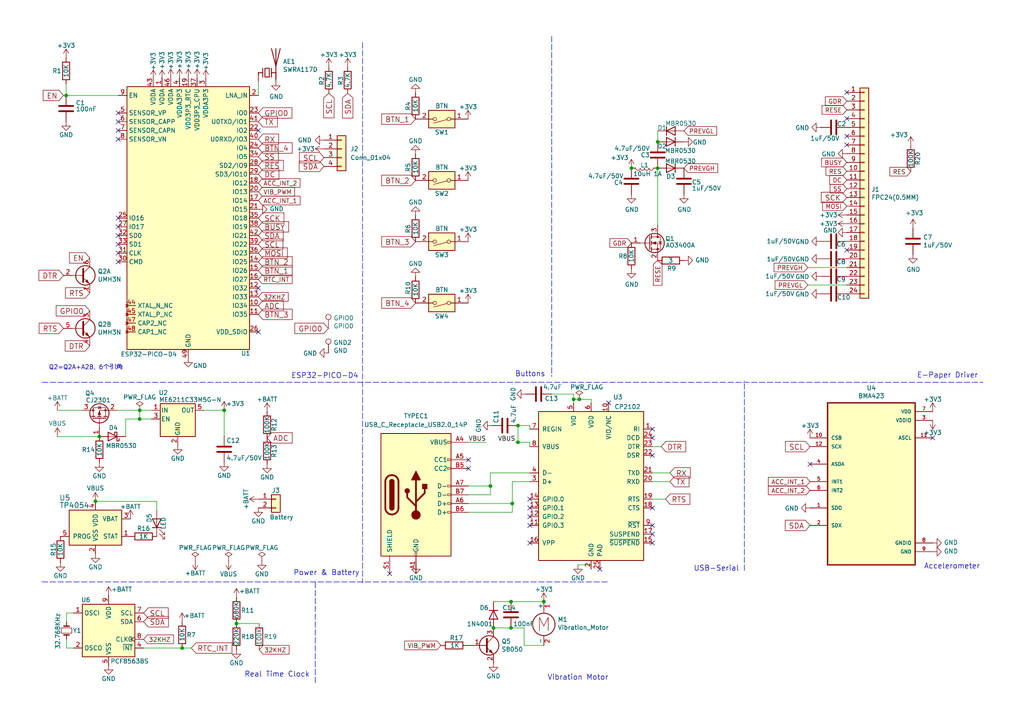
<source format=kicad_sch>
(kicad_sch (version 20231120) (generator "eeschema") (generator_version "8.0")
  (paper "A4")
  (title_block (title "Watchy") (rev "2.0"))
  (junction (at 19.177 27.686))
  (junction (at 27.686 145.415))
  (junction (at 166.37 115.824))
  (junction (at 183.134 48.768))
  (junction (at 52.832 187.96))
  (junction (at 148.59 146.05))
  (junction (at 28.829 126.619))
  (junction (at 190.754 48.768))
  (junction (at 40.513 118.999))
  (junction (at 142.24 140.97))
  (junction (at 40.513 121.539))
  (junction (at 65.024 118.999))
  (junction (at 148.209 182.118))
  (junction (at 148.209 174.498))
  (junction (at 68.58 180.848))
  (junction (at 150.241 123.444))
  (junction (at 168.021 115.824))
  (junction (at 190.754 41.148))
  (junction (at 157.734 174.498))
  (junction (at 150.241 128.27))
  (junction (at 143.129 182.118))
  (no_connect (at 173.99 165.1))
  (no_connect (at 34.29 68.326))
  (no_connect (at 270.51 127))
  (no_connect (at 34.29 63.246))
  (no_connect (at 34.29 73.406))
  (no_connect (at 245.618 39.497))
  (no_connect (at 245.618 72.517))
  (no_connect (at 245.618 26.797))
  (no_connect (at 153.67 152.4))
  (no_connect (at 34.29 32.766))
  (no_connect (at 113.03 166.37))
  (no_connect (at 234.95 134.62))
  (no_connect (at 153.67 147.32))
  (no_connect (at 189.23 152.4))
  (no_connect (at 189.23 154.94))
  (no_connect (at 176.53 116.84))
  (no_connect (at 34.29 65.786))
  (no_connect (at 34.29 70.866))
  (no_connect (at 153.67 157.48))
  (no_connect (at 153.67 144.78))
  (no_connect (at 153.67 149.86))
  (no_connect (at 135.89 135.89))
  (no_connect (at 74.93 37.846))
  (no_connect (at 189.23 124.46))
  (no_connect (at 34.29 35.306))
  (no_connect (at 135.89 133.35))
  (no_connect (at 189.23 147.32))
  (no_connect (at 34.29 75.946))
  (no_connect (at 245.618 34.417))
  (no_connect (at 34.29 40.386))
  (no_connect (at 245.618 42.037))
  (no_connect (at 189.23 157.48))
  (no_connect (at 189.23 132.08))
  (no_connect (at 74.93 83.566))
  (no_connect (at 34.29 37.846))
  (no_connect (at 189.23 127))
  (no_connect (at 74.93 96.266))
  (wire (pts (xy 148.59 139.7) (xy 153.67 139.7)))
  (wire (pts (xy 143.129 174.498) (xy 148.209 174.498)))
  (wire (pts (xy 171.45 116.84) (xy 171.45 115.824)))
  (wire (pts (xy 27.686 145.415) (xy 45.466 145.415)))
  (wire (pts (xy 19.177 27.686) (xy 34.29 27.686)))
  (wire (pts (xy 44.45 22.86) (xy 44.45 22.606)))
  (wire (pts (xy 245.618 77.597) (xy 234.315 77.597)))
  (wire (pts (xy 171.45 163.83) (xy 171.45 165.1)))
  (wire (pts (xy 148.209 174.498) (xy 157.734 174.498)))
  (wire (pts (xy 142.24 143.51) (xy 135.89 143.51)))
  (wire (pts (xy 189.23 144.78) (xy 193.04 144.78)))
  (wire (pts (xy 59.69 22.86) (xy 59.69 22.606)))
  (wire (pts (xy 189.23 129.54) (xy 191.77 129.54)))
  (wire (pts (xy 245.618 82.677) (xy 234.315 82.677)))
  (wire (pts (xy 33.909 118.999) (xy 40.513 118.999)))
  (wire (pts (xy 40.513 121.539) (xy 43.942 121.539)))
  (wire (pts (xy 153.67 128.27) (xy 153.67 129.54)))
  (wire (pts (xy 142.24 137.16) (xy 142.24 140.97)))
  (wire (pts (xy 190.754 41.148) (xy 190.754 37.973)))
  (wire (pts (xy 19.304 180.34) (xy 19.304 177.8)))
  (wire (pts (xy 59.182 118.999) (xy 65.024 118.999)))
  (wire (pts (xy 45.466 145.415) (xy 45.466 147.955)))
  (wire (pts (xy 148.59 146.05) (xy 148.59 148.59)))
  (wire (pts (xy 120.65 163.83) (xy 120.65 166.37)))
  (wire (pts (xy 152.019 187.198) (xy 157.734 187.198)))
  (wire (pts (xy 40.513 118.999) (xy 43.942 118.999)))
  (wire (pts (xy 65.024 118.999) (xy 65.024 126.492)))
  (wire (pts (xy 41.656 187.96) (xy 52.832 187.96)))
  (wire (pts (xy 166.37 116.84) (xy 166.37 115.824)))
  (polyline (pts (xy 12.192 168.783) (xy 176.149 168.783)) (stroke (width 0) (type dash)))
  (wire (pts (xy 19.304 187.96) (xy 21.336 187.96)))
  (wire (pts (xy 16.637 118.999) (xy 23.749 118.999)))
  (wire (pts (xy 142.24 140.97) (xy 142.24 143.51)))
  (wire (pts (xy 148.59 139.7) (xy 148.59 146.05)))
  (polyline (pts (xy 160.02 10.541) (xy 160.02 109.22)) (stroke (width 0) (type dash)))
  (wire (pts (xy 153.67 137.16) (xy 142.24 137.16)))
  (wire (pts (xy 19.304 185.42) (xy 19.304 187.96)))
  (wire (pts (xy 40.513 118.999) (xy 40.513 121.539)))
  (polyline (pts (xy 215.9 165.481) (xy 215.9 110.49)) (stroke (width 0) (type dash)))
  (wire (pts (xy 74.93 27.686) (xy 74.93 23.622)))
  (polyline (pts (xy 105.156 12.319) (xy 105.156 169.037)) (stroke (width 0) (type dash)))
  (wire (pts (xy 148.59 148.59) (xy 135.89 148.59)))
  (wire (pts (xy 150.241 128.27) (xy 150.241 123.444)))
  (wire (pts (xy 189.23 137.16) (xy 194.31 137.16)))
  (wire (pts (xy 148.209 182.118) (xy 143.129 182.118)))
  (wire (pts (xy 152.019 182.118) (xy 152.019 187.198)))
  (wire (pts (xy 189.23 139.7) (xy 194.31 139.7)))
  (wire (pts (xy 166.37 114.3) (xy 166.37 115.824)))
  (wire (pts (xy 19.304 177.8) (xy 21.336 177.8)))
  (wire (pts (xy 36.449 126.619) (xy 36.449 121.539)))
  (wire (pts (xy 18.415 27.686) (xy 19.177 27.686)))
  (wire (pts (xy 153.67 124.46) (xy 153.67 123.444)))
  (wire (pts (xy 171.45 115.824) (xy 168.021 115.824)))
  (wire (pts (xy 135.89 146.05) (xy 148.59 146.05)))
  (wire (pts (xy 140.97 128.27) (xy 135.89 128.27)))
  (wire (pts (xy 167.64 163.83) (xy 171.45 163.83)))
  (wire (pts (xy 166.37 115.824) (xy 168.021 115.824)))
  (wire (pts (xy 134.62 135.89) (xy 135.89 135.89)))
  (wire (pts (xy 19.177 24.384) (xy 19.177 27.686)))
  (wire (pts (xy 150.241 128.27) (xy 149.479 128.27)))
  (wire (pts (xy 75.184 180.848) (xy 68.58 180.848)))
  (polyline (pts (xy 91.44 168.91) (xy 91.44 198.12)) (stroke (width 0) (type dash)))
  (wire (pts (xy 190.754 48.768) (xy 190.754 65.405)))
  (wire (pts (xy 153.67 128.27) (xy 150.241 128.27)))
  (wire (pts (xy 46.99 22.86) (xy 46.99 22.606)))
  (wire (pts (xy 148.209 182.118) (xy 152.019 182.118)))
  (polyline (pts (xy 12.192 110.871) (xy 285.115 110.871)) (stroke (width 0) (type dash)))
  (wire (pts (xy 153.67 123.444) (xy 150.241 123.444)))
  (wire (pts (xy 28.829 126.619) (xy 16.637 126.619)))
  (wire (pts (xy 142.24 140.97) (xy 135.89 140.97)))
  (wire (pts (xy 36.449 121.539) (xy 40.513 121.539)))
  (wire (pts (xy 52.832 187.96) (xy 55.499 187.96)))
  (wire (pts (xy 160.02 114.3) (xy 166.37 114.3)))
  (text "Real Time Clock" (at 70.866 196.596 0) (effects (font (size 1.524 1.524)) (justify left bottom)))
  (text "ESP32-PICO-D4" (at 84.455 109.982 0) (effects (font (size 1.524 1.524)) (justify left bottom)))
  (text "Vibration Motor" (at 158.75 197.485 0) (effects (font (size 1.524 1.524)) (justify left bottom)))
  (text "E-Paper Driver" (at 265.938 109.855 0) (effects (font (size 1.524 1.524)) (justify left bottom)))
  (text "Power & Battery" (at 85.09 167.132 0) (effects (font (size 1.524 1.524)) (justify left bottom)))
  (text "USB-Serial" (at 201.168 165.862 0) (effects (font (size 1.524 1.524)) (justify left bottom)))
  (text "Q2=Q2A+A2B, 6个引角" (at 24.892 106.68 0) (effects (font (size 1.27 1.27))))
  (text "Buttons" (at 149.352 109.474 0) (effects (font (size 1.524 1.524)) (justify left bottom)))
  (text "Accelerometer" (at 267.97 165.227 0) (effects (font (size 1.524 1.524)) (justify left bottom)))
  (label "VBUS" (at 149.479 128.27 180))
  (label "VBUS" (at 140.97 128.27 180))
  (global_label "DTR" (shape input) (at 18.415 79.883 180) (effects (font (size 1.524 1.524))) (property "Intersheetrefs" "${INTERSHEET_REFS}" (effects (hide yes))))
  (global_label "32KHZ" (shape input) (at 74.93 86.106 0) (property "Intersheetrefs" "${INTERSHEET_REFS}" (effects (hide yes))))
  (global_label "RES" (shape input) (at 74.93 48.006 0) (effects (font (size 1.524 1.524))) (property "Intersheetrefs" "${INTERSHEET_REFS}" (effects (hide yes))))
  (global_label "RX" (shape input) (at 74.93 40.386 0) (effects (font (size 1.524 1.524))) (property "Intersheetrefs" "${INTERSHEET_REFS}" (effects (hide yes))))
  (global_label "RESE" (shape input) (at 245.618 31.877 180) (property "Intersheetrefs" "${INTERSHEET_REFS}" (effects (hide yes))))
  (global_label "BTN_4" (shape input) (at 74.93 42.926 0) (effects (font (size 1.524 1.524))) (property "Intersheetrefs" "${INTERSHEET_REFS}" (effects (hide yes))))
  (global_label "MOSI" (shape input) (at 74.93 73.406 0) (effects (font (size 1.524 1.524))) (property "Intersheetrefs" "${INTERSHEET_REFS}" (effects (hide yes))))
  (global_label "BUSY" (shape input) (at 74.93 65.786 0) (effects (font (size 1.524 1.524))) (property "Intersheetrefs" "${INTERSHEET_REFS}" (effects (hide yes))))
  (global_label "PREVGL" (shape input) (at 198.374 37.973 0) (property "Intersheetrefs" "${INTERSHEET_REFS}" (effects (hide yes))))
  (global_label "RES" (shape input) (at 264.16 49.784 180) (property "Intersheetrefs" "${INTERSHEET_REFS}" (effects (hide yes))))
  (global_label "BTN_3" (shape input) (at 120.523 70.104 180) (effects (font (size 1.524 1.524))) (property "Intersheetrefs" "${INTERSHEET_REFS}" (effects (hide yes))))
  (global_label "PREVGL" (shape input) (at 234.315 82.677 180) (property "Intersheetrefs" "${INTERSHEET_REFS}" (effects (hide yes))))
  (global_label "DC" (shape input) (at 245.618 52.197 180) (property "Intersheetrefs" "${INTERSHEET_REFS}" (effects (hide yes))))
  (global_label "SCK" (shape input) (at 74.93 63.246 0) (effects (font (size 1.524 1.524))) (property "Intersheetrefs" "${INTERSHEET_REFS}" (effects (hide yes))))
  (global_label "BTN_4" (shape input) (at 120.523 87.884 180) (effects (font (size 1.524 1.524))) (property "Intersheetrefs" "${INTERSHEET_REFS}" (effects (hide yes))))
  (global_label "ACC_INT_2" (shape input) (at 234.95 142.24 180) (property "Intersheetrefs" "${INTERSHEET_REFS}" (effects (hide yes))))
  (global_label "RTS" (shape input) (at 193.04 144.78 0) (effects (font (size 1.524 1.524))) (property "Intersheetrefs" "${INTERSHEET_REFS}" (effects (hide yes))))
  (global_label "SDA" (shape input) (at 74.93 68.326 0) (effects (font (size 1.524 1.524))) (property "Intersheetrefs" "${INTERSHEET_REFS}" (effects (hide yes))))
  (global_label "BUSY" (shape input) (at 245.618 47.117 180) (property "Intersheetrefs" "${INTERSHEET_REFS}" (effects (hide yes))))
  (global_label "BTN_2" (shape input) (at 120.523 52.324 180) (effects (font (size 1.524 1.524))) (property "Intersheetrefs" "${INTERSHEET_REFS}" (effects (hide yes))))
  (global_label "RTS" (shape input) (at 18.415 95.25 180) (effects (font (size 1.524 1.524))) (property "Intersheetrefs" "${INTERSHEET_REFS}" (effects (hide yes))))
  (global_label "GPIO0" (shape input) (at 26.035 90.17 180) (effects (font (size 1.524 1.524))) (property "Intersheetrefs" "${INTERSHEET_REFS}" (effects (hide yes))))
  (global_label "RTC_INT" (shape input) (at 55.499 187.96 0) (effects (font (size 1.524 1.524))) (property "Intersheetrefs" "${INTERSHEET_REFS}" (effects (hide yes))))
  (global_label "SCL" (shape input) (at 234.95 129.54 180) (effects (font (size 1.524 1.524))) (property "Intersheetrefs" "${INTERSHEET_REFS}" (effects (hide yes))))
  (global_label "DC" (shape input) (at 74.93 50.546 0) (effects (font (size 1.524 1.524))) (property "Intersheetrefs" "${INTERSHEET_REFS}" (effects (hide yes))))
  (global_label "SCL" (shape input) (at 74.93 70.866 0) (effects (font (size 1.524 1.524))) (property "Intersheetrefs" "${INTERSHEET_REFS}" (effects (hide yes))))
  (global_label "ACC_INT_1" (shape input) (at 234.95 139.7 180) (property "Intersheetrefs" "${INTERSHEET_REFS}" (effects (hide yes))))
  (global_label "SDA" (shape input) (at 41.656 180.34 0) (effects (font (size 1.524 1.524))) (property "Intersheetrefs" "${INTERSHEET_REFS}" (effects (hide yes))))
  (global_label "VIB_PWM" (shape input) (at 127.889 187.198 180) (property "Intersheetrefs" "${INTERSHEET_REFS}" (effects (hide yes))))
  (global_label "RES" (shape input) (at 245.618 49.657 180) (property "Intersheetrefs" "${INTERSHEET_REFS}" (effects (hide yes))))
  (global_label "ACC_INT_2" (shape input) (at 74.93 53.086 0) (property "Intersheetrefs" "${INTERSHEET_REFS}" (effects (hide yes))))
  (global_label "BTN_3" (shape input) (at 74.93 91.186 0) (effects (font (size 1.524 1.524))) (property "Intersheetrefs" "${INTERSHEET_REFS}" (effects (hide yes))))
  (global_label "BTN_1" (shape input) (at 120.523 34.544 180) (effects (font (size 1.524 1.524))) (property "Intersheetrefs" "${INTERSHEET_REFS}" (effects (hide yes))))
  (global_label "ACC_INT_1" (shape input) (at 74.93 58.166 0) (property "Intersheetrefs" "${INTERSHEET_REFS}" (effects (hide yes))))
  (global_label "GPIO0" (shape input) (at 95.25 95.25 180) (effects (font (size 1.524 1.524))) (property "Intersheetrefs" "${INTERSHEET_REFS}" (effects (hide yes))))
  (global_label "SCK" (shape input) (at 245.618 57.277 180) (effects (font (size 1.524 1.524))) (property "Intersheetrefs" "${INTERSHEET_REFS}" (effects (hide yes))))
  (global_label "32KHZ" (shape input) (at 41.656 185.42 0) (property "Intersheetrefs" "${INTERSHEET_REFS}" (effects (hide yes))))
  (global_label "BTN_2" (shape input) (at 74.93 75.946 0) (effects (font (size 1.524 1.524))) (property "Intersheetrefs" "${INTERSHEET_REFS}" (effects (hide yes))))
  (global_label "SCL" (shape input) (at 93.98 45.72 180) (effects (font (size 1.524 1.524))) (property "Intersheetrefs" "${INTERSHEET_REFS}" (effects (hide yes))))
  (global_label "BTN_1" (shape input) (at 74.93 78.486 0) (effects (font (size 1.524 1.524))) (property "Intersheetrefs" "${INTERSHEET_REFS}" (effects (hide yes))))
  (global_label "DTR" (shape input) (at 26.035 100.33 180) (effects (font (size 1.524 1.524))) (property "Intersheetrefs" "${INTERSHEET_REFS}" (effects (hide yes))))
  (global_label "RX" (shape input) (at 194.31 137.16 0) (effects (font (size 1.524 1.524))) (property "Intersheetrefs" "${INTERSHEET_REFS}" (effects (hide yes))))
  (global_label "32KHZ" (shape input) (at 75.184 188.468 0) (property "Intersheetrefs" "${INTERSHEET_REFS}" (effects (hide yes))))
  (global_label "EN" (shape input) (at 26.035 74.803 180) (effects (font (size 1.524 1.524))) (property "Intersheetrefs" "${INTERSHEET_REFS}" (effects (hide yes))))
  (global_label "PREVGH" (shape input) (at 234.315 77.597 180) (property "Intersheetrefs" "${INTERSHEET_REFS}" (effects (hide yes))))
  (global_label "SDA" (shape input) (at 234.95 152.4 180) (effects (font (size 1.524 1.524))) (property "Intersheetrefs" "${INTERSHEET_REFS}" (effects (hide yes))))
  (global_label "GDR" (shape input) (at 245.618 29.337 180) (property "Intersheetrefs" "${INTERSHEET_REFS}" (effects (hide yes))))
  (global_label "SDA" (shape input) (at 100.838 27.051 270) (effects (font (size 1.524 1.524))) (property "Intersheetrefs" "${INTERSHEET_REFS}" (effects (hide yes))))
  (global_label "SCL" (shape input) (at 95.377 27.051 270) (effects (font (size 1.524 1.524))) (property "Intersheetrefs" "${INTERSHEET_REFS}" (effects (hide yes))))
  (global_label "RTS" (shape input) (at 26.035 84.963 180) (effects (font (size 1.524 1.524))) (property "Intersheetrefs" "${INTERSHEET_REFS}" (effects (hide yes))))
  (global_label "SS" (shape input) (at 74.93 45.466 0) (effects (font (size 1.524 1.524))) (property "Intersheetrefs" "${INTERSHEET_REFS}" (effects (hide yes))))
  (global_label "DTR" (shape input) (at 191.77 129.54 0) (effects (font (size 1.524 1.524))) (property "Intersheetrefs" "${INTERSHEET_REFS}" (effects (hide yes))))
  (global_label "GDR" (shape input) (at 183.134 70.485 180) (property "Intersheetrefs" "${INTERSHEET_REFS}" (effects (hide yes))))
  (global_label "GPIO0" (shape input) (at 74.93 32.766 0) (effects (font (size 1.524 1.524))) (property "Intersheetrefs" "${INTERSHEET_REFS}" (effects (hide yes))))
  (global_label "TX" (shape input) (at 74.93 35.306 0) (effects (font (size 1.524 1.524))) (property "Intersheetrefs" "${INTERSHEET_REFS}" (effects (hide yes))))
  (global_label "SDA" (shape input) (at 93.98 48.26 180) (effects (font (size 1.524 1.524))) (property "Intersheetrefs" "${INTERSHEET_REFS}" (effects (hide yes))))
  (global_label "EN" (shape input) (at 18.415 27.686 180) (effects (font (size 1.524 1.524))) (property "Intersheetrefs" "${INTERSHEET_REFS}" (effects (hide yes))))
  (global_label "RTC_INT" (shape input) (at 74.93 81.026 0) (property "Intersheetrefs" "${INTERSHEET_REFS}" (effects (hide yes))))
  (global_label "MOSI" (shape input) (at 245.618 59.817 180) (property "Intersheetrefs" "${INTERSHEET_REFS}" (effects (hide yes))))
  (global_label "ADC" (shape input) (at 74.93 88.646 0) (effects (font (size 1.524 1.524))) (property "Intersheetrefs" "${INTERSHEET_REFS}" (effects (hide yes))))
  (global_label "SCL" (shape input) (at 41.656 177.8 0) (effects (font (size 1.524 1.524))) (property "Intersheetrefs" "${INTERSHEET_REFS}" (effects (hide yes))))
  (global_label "RESE" (shape input) (at 190.754 75.565 270) (property "Intersheetrefs" "${INTERSHEET_REFS}" (effects (hide yes))))
  (global_label "VIB_PWM" (shape input) (at 74.93 55.626 0) (property "Intersheetrefs" "${INTERSHEET_REFS}" (effects (hide yes))))
  (global_label "TX" (shape input) (at 194.31 139.7 0) (effects (font (size 1.524 1.524))) (property "Intersheetrefs" "${INTERSHEET_REFS}" (effects (hide yes))))
  (global_label "PREVGH" (shape input) (at 198.374 48.768 0) (property "Intersheetrefs" "${INTERSHEET_REFS}" (effects (hide yes))))
  (global_label "ADC" (shape input) (at 77.47 127 0) (effects (font (size 1.524 1.524))) (property "Intersheetrefs" "${INTERSHEET_REFS}" (effects (hide yes))))
  (global_label "SS" (shape input) (at 245.618 54.737 180) (property "Intersheetrefs" "${INTERSHEET_REFS}" (effects (hide yes))))
  (symbol (lib_id "Watchy-rescue:GND-power") (at 54.61 103.886 0) (unit 1)
    (property "Reference" "#PWR036" (effects (hide yes)))
    (property "Value" "GND" (at 58.039 106.045 0))
  )
  (symbol (lib_id "Watchy-rescue:+3V3-power") (at 19.177 16.764 0) (unit 1)
    (property "Reference" "#PWR01" (effects (hide yes)))
    (property "Value" "+3V3" (at 19.177 13.208 0))
  )
  (symbol (lib_id "Device:R") (at 19.177 20.574 0) (unit 1)
    (property "Reference" "R1" (at 16.51 20.574 0))
    (property "Value" "10K" (at 19.177 20.574 90))
    (property "Footprint" "Watchy:R0402-Frame" (effects (hide yes)))
  )
  (symbol (lib_id "Device:C") (at 19.177 31.496 0) (unit 1)
    (property "Reference" "C1" (at 21.971 29.845 0) (effects (justify left)))
    (property "Value" "100nF" (at 21.971 31.623 0) (effects (justify left)))
    (property "Footprint" "Capacitor_SMD:C_0603_1608Metric" (effects (hide yes)))
  )
  (symbol (lib_id "Watchy-rescue:GND-power") (at 19.177 35.306 0) (unit 1)
    (property "Reference" "#PWR011" (effects (hide yes)))
    (property "Value" "GND" (at 19.177 39.116 0))
  )
  (symbol (lib_id "Device:R") (at 77.47 123.19 0) (unit 1)
    (property "Reference" "R12" (at 79.502 123.19 90))
    (property "Value" "100K" (at 77.47 123.19 90))
    (property "Footprint" "Watchy:R0402-Frame" (effects (hide yes)))
  )
  (symbol (lib_id "Device:R") (at 77.47 130.81 0) (unit 1)
    (property "Reference" "R13" (at 79.502 130.81 90))
    (property "Value" "100K" (at 77.47 130.81 90))
    (property "Footprint" "Watchy:R0402-Frame" (effects (hide yes)))
  )
  (symbol (lib_id "Watchy-rescue:GND-power") (at 77.47 134.62 0) (unit 1)
    (property "Reference" "#PWR046" (effects (hide yes)))
    (property "Value" "GND" (at 77.47 138.43 0))
  )
  (symbol (lib_id "Watchy-rescue:+BATT-power") (at 77.47 119.38 0) (unit 1)
    (property "Reference" "#PWR037" (effects (hide yes)))
    (property "Value" "+BATT" (at 77.47 115.824 0))
  )
  (symbol (lib_id "Regulator_Linear:TLV70033_SOT23-5") (at 51.562 121.539 0) (unit 1)
    (property "Reference" "U2" (at 47.371 113.919 0))
    (property "Value" "ME6211C33M5G-N" (at 46.101 115.951 0) (effects (justify left)))
    (property "Footprint" "TO_SOT_Packages_SMD:SOT-23-5" (effects (hide yes)))
  )
  (symbol (lib_id "Watchy-rescue:+BATT-power") (at 16.637 118.999 0) (unit 1)
    (property "Reference" "#PWR038" (effects (hide yes)))
    (property "Value" "+BATT" (at 16.637 115.443 0))
  )
  (symbol (lib_id "Transistor_FET:BSS83P") (at 28.829 121.539 90) (unit 1)
    (property "Reference" "Q4" (at 27.432 114.046 90) (effects (justify left)))
    (property "Value" "CJ2301" (at 32.131 116.078 90) (effects (justify left)))
    (property "Footprint" "TO_SOT_Packages_SMD:SOT-23" (effects (hide yes)))
  )
  (symbol (lib_id "Watchy-rescue:VBUS-power") (at 16.637 126.619 0) (unit 1)
    (property "Reference" "#PWR043" (effects (hide yes)))
    (property "Value" "VBUS" (at 16.637 122.809 0))
  )
  (symbol (lib_id "Device:R") (at 28.829 130.429 0) (unit 1)
    (property "Reference" "R14" (at 25.654 130.429 0))
    (property "Value" "10K" (at 28.829 130.429 90))
    (property "Footprint" "Watchy:R0402-Frame" (effects (hide yes)))
  )
  (symbol (lib_id "Watchy-rescue:GND-power") (at 28.829 134.239 0) (unit 1)
    (property "Reference" "#PWR048" (effects (hide yes)))
    (property "Value" "GND" (at 28.829 138.049 0))
  )
  (symbol (lib_id "Device:D_Schottky") (at 32.639 126.619 180) (unit 1)
    (property "Reference" "D4" (at 32.893 124.079 0))
    (property "Value" "MBR0530" (at 35.179 129.286 0))
    (property "Footprint" "Watchy:D_SOD-123F" (effects (hide yes)))
  )
  (symbol (lib_id "Device:C") (at 65.024 130.302 0) (unit 1)
    (property "Reference" "C12" (at 65.659 127.762 0) (effects (justify left)))
    (property "Value" "4.7uF/50V" (at 65.659 132.842 0) (effects (justify left)))
    (property "Footprint" "Capacitors_SMD:C_0805" (effects (hide yes)))
  )
  (symbol (lib_id "Watchy-rescue:GND-power") (at 51.562 129.159 0) (unit 1)
    (property "Reference" "#PWR044" (effects (hide yes)))
    (property "Value" "GND" (at 51.562 132.969 0))
  )
  (symbol (lib_id "Watchy-rescue:+3V3-power") (at 65.024 118.999 0) (unit 1)
    (property "Reference" "#PWR039" (effects (hide yes)))
    (property "Value" "+3V3" (at 68.199 117.094 0))
  )
  (symbol (lib_id "Watchy-rescue:GND-power") (at 65.024 134.112 0) (unit 1)
    (property "Reference" "#PWR047" (effects (hide yes)))
    (property "Value" "GND" (at 65.024 137.922 0))
  )
  (symbol (lib_id "Watchy-rescue:MCP73831-2-OT-Battery_Management") (at 27.686 153.035 0) (unit 1)
    (property "Reference" "U5" (at 18.796 144.399 0) (effects (font (size 1.524 1.524))))
    (property "Value" "TP4054" (at 21.59 146.558 0) (effects (font (size 1.524 1.524))))
    (property "Footprint" "TO_SOT_Packages_SMD:SOT-23-5" (effects (hide yes)))
  )
  (symbol (lib_id "Watchy-rescue:VBUS-power") (at 27.686 145.415 0) (unit 1)
    (property "Reference" "#PWR052" (effects (hide yes)))
    (property "Value" "VBUS" (at 27.686 141.605 0))
  )
  (symbol (lib_id "Device:R") (at 41.656 155.575 270) (unit 1)
    (property "Reference" "R16" (at 41.656 153.289 90))
    (property "Value" "1K" (at 41.656 155.575 90))
    (property "Footprint" "Watchy:R0402-Frame" (effects (hide yes)))
  )
  (symbol (lib_id "Device:LED") (at 45.466 151.765 90) (unit 1)
    (property "Reference" "D5" (at 43.307 150.241 0))
    (property "Value" "LED" (at 47.371 151.765 0))
    (property "Footprint" "LEDs:LED_0603" (effects (hide yes)))
  )
  (symbol (lib_id "Watchy-rescue:GND-power") (at 27.686 160.655 0) (unit 1)
    (property "Reference" "#PWR057" (effects (hide yes)))
    (property "Value" "GND" (at 27.686 164.465 0))
  )
  (symbol (lib_id "Device:R") (at 17.526 159.385 180) (unit 1)
    (property "Reference" "R15" (at 15.494 159.385 90))
    (property "Value" "10K" (at 17.526 159.385 90))
    (property "Footprint" "Watchy:R0402-Frame" (effects (hide yes)))
  )
  (symbol (lib_id "Watchy-rescue:GND-power") (at 17.526 163.195 0) (unit 1)
    (property "Reference" "#PWR055" (effects (hide yes)))
    (property "Value" "GND" (at 17.526 167.005 0))
  )
  (symbol (lib_id "Watchy-rescue:+BATT-power") (at 37.846 150.495 0) (unit 1)
    (property "Reference" "#PWR053" (effects (hide yes)))
    (property "Value" "+BATT" (at 37.846 146.939 0))
  )
  (symbol (lib_id "Connector_Generic:Conn_01x02") (at 80.01 144.78 0) (unit 1)
    (property "Reference" "J3" (at 80.01 142.24 0))
    (property "Value" "Battery" (at 81.661 149.987 0))
    (property "Footprint" "Watchy:1.25T-2PWT (Molex 532610271)" (effects (hide yes)))
  )
  (symbol (lib_id "Watchy-rescue:+BATT-power") (at 74.93 144.78 90) (unit 1)
    (property "Reference" "#PWR054" (effects (hide yes)))
    (property "Value" "+BATT" (at 71.374 144.78 0))
  )
  (symbol (lib_id "Watchy-rescue:GND-power") (at 74.93 147.32 0) (unit 1)
    (property "Reference" "#PWR056" (effects (hide yes)))
    (property "Value" "GND" (at 74.93 151.13 0))
  )
  (symbol (lib_id "Watchy-rescue:CP2104-Interface_USB") (at 171.45 139.7 0) (unit 1)
    (property "Reference" "U3" (at 180.594 115.189 0) (effects (justify right)))
    (property "Value" "CP2102" (at 185.801 117.983 0) (effects (justify right)))
    (property "Footprint" "Housings_DFN_QFN:QFN-24-1EP_4x4mm_Pitch0.5mm" (effects (hide yes)))
  )
  (symbol (lib_id "Device:C") (at 146.431 123.444 90) (unit 1)
    (property "Reference" "C11" (at 143.891 122.809 0) (effects (justify left)))
    (property "Value" "4.7uF" (at 148.971 122.809 0) (effects (justify left)))
    (property "Footprint" "Capacitor_SMD:C_0402_1005Metric" (effects (hide yes)))
  )
  (symbol (lib_id "Watchy-rescue:GND-power") (at 142.621 123.444 270) (unit 1)
    (property "Reference" "#PWR042" (effects (hide yes)))
    (property "Value" "GND" (at 138.811 123.444 0))
  )
  (symbol (lib_id "Watchy-rescue:GND-power") (at 167.64 163.83 0) (unit 1)
    (property "Reference" "#PWR060" (effects (hide yes)))
    (property "Value" "GND" (at 167.64 167.64 0))
  )
  (symbol (lib_id "Watchy-rescue:GND-power") (at 31.496 193.04 0) (unit 1)
    (property "Reference" "#PWR064" (effects (hide yes)))
    (property "Value" "GND" (at 31.496 196.85 0))
  )
  (symbol (lib_id "Switch:SW_DIP_x01") (at 128.143 34.544 180) (unit 1)
    (property "Reference" "SW1" (at 128.143 38.354 0))
    (property "Value" "BTN" (at 128.143 30.734 0))
    (property "Footprint" "Watchy:K2-1114SA-A4SW-06" (effects (hide yes)))
  )
  (symbol (lib_id "Watchy-rescue:GND-power") (at 120.523 26.924 180) (unit 1)
    (property "Reference" "#PWR09" (effects (hide yes)))
    (property "Value" "GND" (at 120.523 23.114 0))
  )
  (symbol (lib_id "Watchy-rescue:PWR_FLAG-power") (at 168.021 115.824 0) (unit 1)
    (property "Reference" "#FLG01" (effects (hide yes)))
    (property "Value" "PWR_FLAG" (at 170.18 112.268 0))
  )
  (symbol (lib_id "Watchy-rescue:PWR_FLAG-power") (at 40.513 118.999 0) (unit 1)
    (property "Reference" "#FLG02" (effects (hide yes)))
    (property "Value" "PWR_FLAG" (at 40.513 115.189 0))
  )
  (symbol (lib_id "Watchy-rescue:+BATT-power") (at 31.496 172.72 0) (unit 1)
    (property "Reference" "#PWR061" (effects (hide yes)))
    (property "Value" "+BATT" (at 35.306 170.942 0))
  )
  (symbol (lib_id "Device:R") (at 120.523 30.734 0) (unit 1)
    (property "Reference" "R4" (at 118.364 32.131 90) (effects (justify left)))
    (property "Value" "10K" (at 120.523 32.639 90) (effects (justify left)))
    (property "Footprint" "Watchy:R0402-Frame" (effects (hide yes)))
  )
  (symbol (lib_id "Watchy-rescue:+3V3-power") (at 135.763 34.544 0) (unit 1)
    (property "Reference" "#PWR010" (effects (hide yes)))
    (property "Value" "+3V3" (at 135.763 30.988 0))
  )
  (symbol (lib_id "Switch:SW_DIP_x01") (at 128.143 52.324 180) (unit 1)
    (property "Reference" "SW2" (at 128.143 56.134 0))
    (property "Value" "BTN" (at 128.143 48.514 0))
    (property "Footprint" "Watchy:K2-1114SA-A4SW-06" (effects (hide yes)))
  )
  (symbol (lib_id "Watchy-rescue:GND-power") (at 120.523 44.704 180) (unit 1)
    (property "Reference" "#PWR015" (effects (hide yes)))
    (property "Value" "GND" (at 120.523 40.894 0))
  )
  (symbol (lib_id "Device:R") (at 120.523 48.514 0) (unit 1)
    (property "Reference" "R5" (at 118.364 49.911 90) (effects (justify left)))
    (property "Value" "10K" (at 120.523 50.419 90) (effects (justify left)))
    (property "Footprint" "Watchy:R0402-Frame" (effects (hide yes)))
  )
  (symbol (lib_id "Watchy-rescue:+3V3-power") (at 135.763 52.324 0) (unit 1)
    (property "Reference" "#PWR017" (effects (hide yes)))
    (property "Value" "+3V3" (at 135.763 48.768 0))
  )
  (symbol (lib_id "Switch:SW_DIP_x01") (at 128.143 70.104 180) (unit 1)
    (property "Reference" "SW3" (at 128.143 73.914 0))
    (property "Value" "BTN" (at 128.143 66.294 0))
    (property "Footprint" "Watchy:K2-1114SA-A4SW-06" (effects (hide yes)))
  )
  (symbol (lib_id "Watchy-rescue:GND-power") (at 120.523 62.484 180) (unit 1)
    (property "Reference" "#PWR022" (effects (hide yes)))
    (property "Value" "GND" (at 120.523 58.674 0))
  )
  (symbol (lib_id "Device:R") (at 120.523 66.294 0) (unit 1)
    (property "Reference" "R6" (at 118.364 67.691 90) (effects (justify left)))
    (property "Value" "10K" (at 120.523 68.199 90) (effects (justify left)))
    (property "Footprint" "Watchy:R0402-Frame" (effects (hide yes)))
  )
  (symbol (lib_id "Watchy-rescue:+3V3-power") (at 135.763 70.104 0) (unit 1)
    (property "Reference" "#PWR027" (effects (hide yes)))
    (property "Value" "+3V3" (at 135.763 66.548 0))
  )
  (symbol (lib_id "Switch:SW_DIP_x01") (at 128.143 87.884 180) (unit 1)
    (property "Reference" "SW4" (at 128.143 91.694 0))
    (property "Value" "BTN" (at 128.143 84.074 0))
    (property "Footprint" "Watchy:K2-1114SA-A4SW-06" (effects (hide yes)))
  )
  (symbol (lib_id "Watchy-rescue:GND-power") (at 120.523 80.264 180) (unit 1)
    (property "Reference" "#PWR033" (effects (hide yes)))
    (property "Value" "GND" (at 120.523 76.454 0))
  )
  (symbol (lib_id "Device:R") (at 120.523 84.074 0) (unit 1)
    (property "Reference" "R10" (at 118.364 85.471 90) (effects (justify left)))
    (property "Value" "10K" (at 120.523 85.979 90) (effects (justify left)))
    (property "Footprint" "Watchy:R0402-Frame" (effects (hide yes)))
  )
  (symbol (lib_id "Watchy-rescue:+3V3-power") (at 135.763 87.884 0) (unit 1)
    (property "Reference" "#PWR035" (effects (hide yes)))
    (property "Value" "+3V3" (at 135.763 84.328 0))
  )
  (symbol (lib_id "Device:R") (at 95.377 23.241 0) (unit 1)
    (property "Reference" "R2" (at 93.345 24.765 90) (effects (justify left)))
    (property "Value" "4.7K" (at 95.377 25.527 90) (effects (justify left)))
    (property "Footprint" "Watchy:R0402-Frame" (effects (hide yes)))
  )
  (symbol (lib_id "Watchy-rescue:+3V3-power") (at 95.377 19.431 0) (unit 1)
    (property "Reference" "#PWR02" (effects (hide yes)))
    (property "Value" "+3V3" (at 95.377 15.875 0))
  )
  (symbol (lib_id "Device:R") (at 100.838 23.241 0) (unit 1)
    (property "Reference" "R3" (at 98.806 24.765 90) (effects (justify left)))
    (property "Value" "4.7K" (at 100.838 25.527 90) (effects (justify left)))
    (property "Footprint" "Watchy:R0402-Frame" (effects (hide yes)))
  )
  (symbol (lib_id "Watchy-rescue:+3V3-power") (at 100.838 19.431 0) (unit 1)
    (property "Reference" "#PWR03" (effects (hide yes)))
    (property "Value" "+3V3" (at 100.838 15.875 0))
  )
  (symbol (lib_id "Watchy-rescue:+3V3-power") (at 52.07 22.606 0) (unit 1)
    (property "Reference" "#PWR05" (effects (hide yes)))
    (property "Value" "+3V3" (at 52.07 17.399 90))
  )
  (symbol (lib_id "Device:Q_NPN_BEC") (at 140.589 187.198 0) (unit 1)
    (property "Reference" "Q5" (at 145.4404 186.0296 0) (effects (justify left)))
    (property "Value" "S8050" (at 145.4404 188.341 0) (effects (justify left)))
    (property "Footprint" "TO_SOT_Packages_SMD:SOT-23" (effects (hide yes)))
  )
  (symbol (lib_id "Device:R") (at 131.699 187.198 270) (unit 1)
    (property "Reference" "R17" (at 130.429 185.039 90) (effects (justify left)))
    (property "Value" "1K" (at 130.556 187.198 90) (effects (justify left)))
    (property "Footprint" "Watchy:R0402-Frame" (effects (hide yes)))
  )
  (symbol (lib_id "Watchy-rescue:GND-power") (at 143.129 192.278 0) (unit 1)
    (property "Reference" "#PWR063" (effects (hide yes)))
    (property "Value" "GND" (at 143.129 196.088 0))
  )
  (symbol (lib_id "Diode:1N4001") (at 143.129 178.308 270) (unit 1)
    (property "Reference" "D6" (at 139.065 176.276 90) (effects (justify left)))
    (property "Value" "1N4001" (at 135.382 180.975 90) (effects (justify left)))
    (property "Footprint" "Watchy:D_SOD-123F" (effects (hide yes)))
    (property "Datasheet" "http://www.vishay.com/docs/88503/1n4001.pdf" (effects (hide yes)))
  )
  (symbol (lib_id "Device:C") (at 148.209 178.308 0) (unit 1)
    (property "Reference" "C14" (at 145.669 176.276 0) (effects (justify left)))
    (property "Value" "100nF" (at 148.844 180.975 0) (effects (justify left)))
    (property "Footprint" "Capacitor_SMD:C_0603_1608Metric" (effects (hide yes)))
  )
  (symbol (lib_id "Motor:Motor_DC") (at 157.734 179.578 0) (unit 1)
    (property "Reference" "M1" (at 161.7472 179.6796 0) (effects (justify left)))
    (property "Value" "Vibration_Motor" (at 161.7472 181.991 0) (effects (justify left)))
    (property "Footprint" "Watchy:Motor_Header" (effects (hide yes)))
  )
  (symbol (lib_id "Watchy-rescue:+3V3-power") (at 157.734 174.498 0) (unit 1)
    (property "Reference" "#PWR062" (effects (hide yes)))
    (property "Value" "+3V3" (at 157.734 170.942 0))
  )
  (symbol (lib_id "Watchy-rescue:ESP32-PICO-D4-RF_Module") (at 54.61 63.246 0) (unit 1)
    (property "Reference" "U1" (at 71.247 102.489 0))
    (property "Value" "ESP32-PICO-D4" (at 43.18 102.743 0))
    (property "Footprint" "Housings_DFN_QFN:QFN-48-1EP_7x7mm_Pitch0.5mm" (effects (hide yes)))
    (property "Datasheet" "https://www.espressif.com/sites/default/files/documentation/esp32-pico-d4_datasheet_en.pdf" (effects (hide yes)))
  )
  (symbol (lib_id "Watchy-rescue:+3V3-power") (at 49.53 22.606 0) (unit 1)
    (property "Reference" "#PWR04" (effects (hide yes)))
    (property "Value" "+3V3" (at 49.53 17.526 90))
  )
  (symbol (lib_id "Watchy-rescue:+3V3-power") (at 54.61 22.606 0) (unit 1)
    (property "Reference" "#PWR06" (effects (hide yes)))
    (property "Value" "+3V3" (at 54.61 17.399 90))
  )
  (symbol (lib_id "Watchy-rescue:+3V3-power") (at 57.15 22.606 0) (unit 1)
    (property "Reference" "#PWR07" (effects (hide yes)))
    (property "Value" "+3V3" (at 57.15 17.399 90))
  )
  (symbol (lib_id "Device:Antenna_Chip") (at 77.47 21.082 0) (unit 1)
    (property "Reference" "AE1" (at 82.042 17.8562 0) (effects (justify left)))
    (property "Value" "SWRA117D" (at 82.042 20.1676 0) (effects (justify left)))
    (property "Footprint" "Watchy:SWRA117D" (effects (hide yes)))
  )
  (symbol (lib_id "Watchy-rescue:GND-power") (at 80.01 23.622 0) (unit 1)
    (property "Reference" "#PWR08" (effects (hide yes)))
    (property "Value" "GND" (at 80.137 28.0162 0))
  )
  (symbol (lib_id "Watchy-rescue:+3V3-power") (at 270.51 119.38 0) (unit 1)
    (property "Reference" "#PWR040" (effects (hide yes)))
    (property "Value" "+3V3" (at 270.51 115.824 0))
  )
  (symbol (lib_id "Watchy-rescue:GND-power") (at 74.93 60.706 90) (unit 1)
    (property "Reference" "#PWR020" (effects (hide yes)))
    (property "Value" "GND" (at 78.1812 60.579 90) (effects (justify right)))
  )
  (symbol (lib_id "Watchy:BMA423") (at 252.73 139.7 0) (unit 1)
    (property "Reference" "U4" (at 252.73 112.522 0))
    (property "Value" "BMA423" (at 252.73 114.8334 0))
    (property "Footprint" "Housings_LGA:LGA-12_2x2mm_Pitch0.5mm" (effects (hide yes)))
    (property "Datasheet" "IC_BMA400" (effects (hide yes)))
    (property "Field4" "Bosch Sensortec" (effects (hide yes)))
  )
  (symbol (lib_id "Watchy-rescue:GND-power") (at 234.95 147.32 270) (unit 1)
    (property "Reference" "#PWR051" (effects (hide yes)))
    (property "Value" "GND" (at 231.6988 147.447 90) (effects (justify right)))
  )
  (symbol (lib_id "Watchy-rescue:+3V3-power") (at 270.51 121.92 180) (unit 1)
    (property "Reference" "#PWR041" (effects (hide yes)))
    (property "Value" "+3V3" (at 270.51 125.476 0))
  )
  (symbol (lib_id "Watchy-rescue:GND-power") (at 270.51 157.48 90) (unit 1)
    (property "Reference" "#PWR058" (effects (hide yes)))
    (property "Value" "GND" (at 273.7612 157.353 90) (effects (justify right)))
  )
  (symbol (lib_id "Watchy-rescue:GND-power") (at 270.51 160.02 90) (unit 1)
    (property "Reference" "#PWR059" (effects (hide yes)))
    (property "Value" "GND" (at 273.7612 159.893 90) (effects (justify right)))
  )
  (symbol (lib_id "Connector_Generic:Conn_01x24") (at 250.698 54.737 0) (unit 1)
    (property "Reference" "J1" (at 252.73 54.9402 0) (effects (justify left)))
    (property "Value" "FPC24(0.5MM)" (at 252.73 57.2516 0) (effects (justify left)))
    (property "Footprint" "Watchy:24_Pins_0.5mm_Pitch_ZIF_Connector_UP" (effects (hide yes)))
  )
  (symbol (lib_id "Device:C") (at 241.808 36.957 270) (unit 1)
    (property "Reference" "C2" (at 244.094 35.941 90))
    (property "Value" "1uF/50V" (at 239.268 40.132 90))
    (property "Footprint" "Capacitor_SMD:C_0603_1608Metric" (effects (hide yes)))
  )
  (symbol (lib_id "Watchy-rescue:GND-power") (at 237.998 36.957 270) (unit 1)
    (property "Reference" "#PWR012" (effects (hide yes)))
    (property "Value" "GND" (at 234.7468 37.084 90) (effects (justify right)))
  )
  (symbol (lib_id "Watchy-rescue:GND-power") (at 245.618 44.577 270) (unit 1)
    (property "Reference" "#PWR014" (effects (hide yes)))
    (property "Value" "GND" (at 242.3668 44.704 90) (effects (justify right)))
  )
  (symbol (lib_id "Watchy-rescue:+3.3V-power") (at 245.618 62.357 90) (unit 1)
    (property "Reference" "#PWR021" (effects (hide yes)))
    (property "Value" "+3V3" (at 242.951 62.357 90) (effects (justify left)))
  )
  (symbol (lib_id "Watchy-rescue:+3.3V-power") (at 245.618 64.897 90) (unit 1)
    (property "Reference" "#PWR023" (effects (hide yes)))
    (property "Value" "+3V3" (at 242.951 64.897 90) (effects (justify left)))
  )
  (symbol (lib_id "Watchy-rescue:GND-power") (at 245.618 67.437 270) (unit 1)
    (property "Reference" "#PWR025" (effects (hide yes)))
    (property "Value" "GND" (at 242.824 66.802 90) (effects (justify right)))
  )
  (symbol (lib_id "Device:C") (at 241.808 69.977 270) (unit 1)
    (property "Reference" "C6" (at 243.967 70.866 90))
    (property "Value" "1uF/50V" (at 226.568 69.977 90))
    (property "Footprint" "Capacitor_SMD:C_0603_1608Metric" (effects (hide yes)))
  )
  (symbol (lib_id "Device:C") (at 241.808 75.057 270) (unit 1)
    (property "Reference" "C8" (at 243.967 75.946 90))
    (property "Value" "1uF/50V" (at 226.568 75.184 90))
    (property "Footprint" "Capacitor_SMD:C_0603_1608Metric" (effects (hide yes)))
  )
  (symbol (lib_id "Device:C") (at 241.808 80.137 270) (unit 1)
    (property "Reference" "C9" (at 243.967 81.026 90))
    (property "Value" "1uF/50V" (at 226.187 80.137 90))
    (property "Footprint" "Capacitor_SMD:C_0603_1608Metric" (effects (hide yes)))
  )
  (symbol (lib_id "Device:C") (at 241.808 85.217 270) (unit 1)
    (property "Reference" "C10" (at 244.729 86.233 90))
    (property "Value" "1uF/50V" (at 226.187 85.217 90))
    (property "Footprint" "Capacitor_SMD:C_0603_1608Metric" (effects (hide yes)))
  )
  (symbol (lib_id "Watchy-rescue:GND-power") (at 237.998 69.977 270) (unit 1)
    (property "Reference" "#PWR026" (effects (hide yes)))
    (property "Value" "GND" (at 234.7468 70.104 90) (effects (justify right)))
  )
  (symbol (lib_id "Watchy-rescue:GND-power") (at 237.998 75.057 270) (unit 1)
    (property "Reference" "#PWR029" (effects (hide yes)))
    (property "Value" "GND" (at 234.7468 75.184 90) (effects (justify right)))
  )
  (symbol (lib_id "Watchy-rescue:GND-power") (at 237.998 80.137 270) (unit 1)
    (property "Reference" "#PWR032" (effects (hide yes)))
    (property "Value" "GND" (at 234.7468 80.264 90) (effects (justify right)))
  )
  (symbol (lib_id "Watchy-rescue:GND-power") (at 237.998 85.217 270) (unit 1)
    (property "Reference" "#PWR034" (effects (hide yes)))
    (property "Value" "GND" (at 234.7468 85.344 90) (effects (justify right)))
  )
  (symbol (lib_id "Watchy-rescue:+3.3V-power") (at 264.795 66.167 0) (unit 1)
    (property "Reference" "#PWR024" (effects (hide yes)))
    (property "Value" "+3V3" (at 265.176 61.7728 0))
  )
  (symbol (lib_id "Device:C") (at 264.795 69.977 0) (unit 1)
    (property "Reference" "C7" (at 267.716 68.8086 0) (effects (justify left)))
    (property "Value" "1uF/50V" (at 267.716 71.12 0) (effects (justify left)))
    (property "Footprint" "Capacitor_SMD:C_0603_1608Metric" (effects (hide yes)))
  )
  (symbol (lib_id "Watchy-rescue:GND-power") (at 264.795 73.787 0) (unit 1)
    (property "Reference" "#PWR028" (effects (hide yes)))
    (property "Value" "GND" (at 264.922 78.1812 0))
  )
  (symbol (lib_id "Watchy-rescue:+3.3V-power") (at 183.134 48.768 0) (unit 1)
    (property "Reference" "#PWR016" (effects (hide yes)))
    (property "Value" "+3V3" (at 179.705 45.72 0))
  )
  (symbol (lib_id "Device:C") (at 183.134 52.578 0) (unit 1)
    (property "Reference" "C4" (at 178.054 52.959 0) (effects (justify left)))
    (property "Value" "4.7uF/50V" (at 170.561 51.054 0) (effects (justify left)))
    (property "Footprint" "Capacitors_SMD:C_0805" (effects (hide yes)))
  )
  (symbol (lib_id "Device:L") (at 186.944 48.768 270) (unit 1)
    (property "Reference" "L1" (at 186.944 47.879 90))
    (property "Value" "10uH 1A" (at 187.833 50.419 90))
    (property "Footprint" "Watchy:Inductors_Inductor_Taiyo-Yuden_NR-40xx" (effects (hide yes)))
  )
  (symbol (lib_id "Watchy-rescue:GND-power") (at 183.134 56.388 0) (unit 1)
    (property "Reference" "#PWR018" (effects (hide yes)))
    (property "Value" "GND" (at 183.261 60.7822 0))
  )
  (symbol (lib_id "Device:C") (at 190.754 44.958 0) (unit 1)
    (property "Reference" "C3" (at 185.801 44.958 0) (effects (justify left)))
    (property "Value" "4.7uF/50V" (at 178.181 43.053 0) (effects (justify left)))
    (property "Footprint" "Capacitors_SMD:C_0805" (effects (hide yes)))
  )
  (symbol (lib_id "Device:D") (at 194.564 37.973 0) (unit 1)
    (property "Reference" "D1" (at 192.024 37.084 0))
    (property "Value" "MBR0530" (at 197.485 35.814 0))
    (property "Footprint" "Watchy:D_SOD-123F" (effects (hide yes)))
  )
  (symbol (lib_id "Device:D") (at 194.564 41.148 180) (unit 1)
    (property "Reference" "D2" (at 192.024 42.418 0))
    (property "Value" "MBR0530" (at 197.358 43.688 0))
    (property "Footprint" "Watchy:D_SOD-123F" (effects (hide yes)))
  )
  (symbol (lib_id "Watchy-rescue:GND-power") (at 198.374 41.148 90) (unit 1)
    (property "Reference" "#PWR013" (effects (hide yes)))
    (property "Value" "GND" (at 200.914 41.275 90) (effects (justify right)))
  )
  (symbol (lib_id "Device:D") (at 194.564 48.768 180) (unit 1)
    (property "Reference" "D3" (at 194.564 51.181 0))
    (property "Value" "MBR0530" (at 197.358 46.736 0))
    (property "Footprint" "Watchy:D_SOD-123F" (effects (hide yes)))
  )
  (symbol (lib_id "Device:C") (at 198.374 52.578 0) (unit 1)
    (property "Reference" "C5" (at 200.66 52.832 0) (effects (justify left)))
    (property "Value" "1uF/50V" (at 200.66 54.61 0) (effects (justify left)))
    (property "Footprint" "Capacitor_SMD:C_0603_1608Metric" (effects (hide yes)))
  )
  (symbol (lib_id "Watchy-rescue:GND-power") (at 198.374 56.388 0) (unit 1)
    (property "Reference" "#PWR019" (effects (hide yes)))
    (property "Value" "GND" (at 198.501 60.7822 0))
  )
  (symbol (lib_id "Transistor_FET:DMN3042L") (at 188.214 70.485 0) (unit 1)
    (property "Reference" "Q1" (at 192.913 69.215 0) (effects (justify left)))
    (property "Value" "AO3400A" (at 193.04 71.12 0) (effects (justify left)))
    (property "Footprint" "TO_SOT_Packages_SMD:SOT-23" (effects (hide yes)))
    (property "Datasheet" "http://www.diodes.com/assets/Datasheets/DMN3042L.pdf" (effects (hide yes)))
  )
  (symbol (lib_id "Device:R") (at 183.134 74.295 0) (unit 1)
    (property "Reference" "R8" (at 179.324 74.295 0) (effects (justify left)))
    (property "Value" "10K" (at 183.134 76.2 90) (effects (justify left)))
    (property "Footprint" "Watchy:R0402-Frame" (effects (hide yes)))
  )
  (symbol (lib_id "Device:R") (at 194.564 75.565 270) (unit 1)
    (property "Reference" "R9" (at 193.421 77.851 90) (effects (justify left)))
    (property "Value" "3" (at 193.802 75.565 90) (effects (justify left)))
    (property "Footprint" "Watchy:R0402-Frame" (effects (hide yes)))
  )
  (symbol (lib_id "Watchy-rescue:GND-power") (at 183.134 78.105 0) (unit 1)
    (property "Reference" "#PWR031" (effects (hide yes)))
    (property "Value" "GND" (at 183.261 82.4992 0))
  )
  (symbol (lib_id "Watchy-rescue:GND-power") (at 198.374 75.565 90) (unit 1)
    (property "Reference" "#PWR030" (effects (hide yes)))
    (property "Value" "GND" (at 201.6252 75.438 90) (effects (justify right)))
  )
  (symbol (lib_id "Device:R") (at 52.832 184.15 0) (unit 1)
    (property "Reference" "R7" (at 54.102 184.15 0) (effects (justify left)))
    (property "Value" "10K" (at 52.832 186.055 90) (effects (justify left)))
    (property "Footprint" "Watchy:R0402-Frame" (effects (hide yes)))
  )
  (symbol (lib_id "Watchy-rescue:+BATT-power") (at 52.832 180.34 0) (unit 1)
    (property "Reference" "#PWR0102" (effects (hide yes)))
    (property "Value" "+BATT" (at 56.388 178.562 0))
  )
  (symbol (lib_id "Watchy-rescue:Q_DUAL_NPN_NPN_E1B1C2E2B2C1-Device") (at 23.495 79.883 0) (unit 1)
    (property "Reference" "Q2" (at 28.321 78.7146 0) (effects (justify left)))
    (property "Value" "UMH3N" (at 28.321 81.026 0) (effects (justify left)))
    (property "Footprint" "TO_SOT_Packages_SMD:SOT-363_SC-70-6" (effects (hide yes)))
  )
  (symbol (lib_id "Watchy-rescue:Q_DUAL_NPN_NPN_E1B1C2E2B2C1-Device") (at 23.495 95.25 0) (unit 2)
    (property "Reference" "Q2" (at 28.321 94.0816 0) (effects (justify left)))
    (property "Value" "UMH3N" (at 28.321 96.393 0) (effects (justify left)))
    (property "Footprint" "TO_SOT_Packages_SMD:SOT-363_SC-70-6" (effects (hide yes)))
  )
  (symbol (lib_id "Watchy-rescue:VBUS-power") (at 66.294 162.687 180) (unit 1)
    (property "Reference" "#PWR0103" (effects (hide yes)))
    (property "Value" "VBUS" (at 66.294 166.497 0))
  )
  (symbol (lib_id "Watchy-rescue:GND-power") (at 75.946 162.687 0) (unit 1)
    (property "Reference" "#PWR0104" (effects (hide yes)))
    (property "Value" "GND" (at 75.946 166.497 0))
  )
  (symbol (lib_id "Watchy-rescue:PWR_FLAG-power") (at 66.294 162.687 0) (unit 1)
    (property "Reference" "#FLG0101" (effects (hide yes)))
    (property "Value" "PWR_FLAG" (at 66.294 158.877 0))
  )
  (symbol (lib_id "Watchy-rescue:PWR_FLAG-power") (at 75.946 162.687 0) (unit 1)
    (property "Reference" "#FLG0102" (effects (hide yes)))
    (property "Value" "PWR_FLAG" (at 75.946 158.877 0))
  )
  (symbol (lib_id "Watchy-rescue:+BATT-power") (at 56.642 162.687 180) (unit 1)
    (property "Reference" "#PWR0105" (effects (hide yes)))
    (property "Value" "+BATT" (at 56.642 166.243 0))
  )
  (symbol (lib_id "Watchy-rescue:PWR_FLAG-power") (at 56.642 162.687 0) (unit 1)
    (property "Reference" "#FLG0103" (effects (hide yes)))
    (property "Value" "PWR_FLAG" (at 56.642 158.877 0))
  )
  (symbol (lib_id "Connector:TestPoint") (at 95.25 95.25 0) (unit 1)
    (property "Reference" "GPIO0" (at 96.7232 92.2528 0) (effects (justify left)))
    (property "Value" "GPIO0" (at 96.7232 94.5642 0) (effects (justify left)))
    (property "Footprint" "TestPoint:TestPoint_Pad_D1.0mm" (effects (hide yes)))
  )
  (symbol (lib_id "Connector:TestPoint") (at 95.25 102.362 0) (unit 1)
    (property "Reference" "GND2" (at 96.7232 99.3648 0) (effects (justify left)))
    (property "Value" "GND" (at 96.7232 101.6762 0) (effects (justify left)))
    (property "Footprint" "TestPoint:TestPoint_Pad_D1.0mm" (effects (hide yes)))
  )
  (symbol (lib_id "Watchy-rescue:GND-power") (at 95.25 102.362 270) (unit 1)
    (property "Reference" "#PWR049" (effects (hide yes)))
    (property "Value" "GND" (at 91.9988 102.489 90) (effects (justify right)))
  )
  (symbol (lib_id "Watchy:PCF8563BS") (at 31.496 182.88 0) (unit 1)
    (property "Reference" "U6" (at 24.892 173.99 0))
    (property "Value" "PCF8563BS" (at 37.592 191.77 0))
    (property "Footprint" "Package_DFN_QFN:DFN-10-1EP_3x3mm_P0.5mm_EP1.7x2.5mm" (effects (hide yes)))
  )
  (symbol (lib_id "Device:Crystal_Small") (at 19.304 182.88 270) (unit 1)
    (property "Reference" "Y1" (at 21.082 182.88 90) (effects (justify left)))
    (property "Value" "32.768KHz" (at 16.764 177.8 0) (effects (justify left)))
    (property "Footprint" "Crystal:Crystal_SMD_3215-2Pin_3.2x1.5mm" (effects (hide yes)))
  )
  (symbol (lib_id "Device:R") (at 68.58 177.038 0) (unit 1)
    (property "Reference" "R11" (at 69.85 177.038 0) (effects (justify left)))
    (property "Value" "680K" (at 68.58 179.578 90) (effects (justify left)))
    (property "Footprint" "Watchy:R0402-Frame" (effects (hide yes)))
  )
  (symbol (lib_id "Watchy-rescue:+BATT-power") (at 68.58 173.228 0) (unit 1)
    (property "Reference" "#PWR065" (effects (hide yes)))
    (property "Value" "+BATT" (at 72.39 171.45 0))
  )
  (symbol (lib_id "Device:R") (at 68.58 184.658 0) (unit 1)
    (property "Reference" "R18" (at 69.85 184.658 0) (effects (justify left)))
    (property "Value" "220K" (at 68.58 187.198 90) (effects (justify left)))
    (property "Footprint" "Watchy:R0402-Frame" (effects (hide yes)))
  )
  (symbol (lib_id "Watchy-rescue:GND-power") (at 68.58 188.468 0) (unit 1)
    (property "Reference" "#PWR066" (effects (hide yes)))
    (property "Value" "GND" (at 68.58 192.278 0))
  )
  (symbol (lib_id "Device:R") (at 75.184 184.658 0) (unit 1)
    (property "Reference" "R19" (at 76.454 184.658 0) (effects (justify left)))
    (property "Value" "100K" (at 75.184 187.198 90) (effects (justify left)))
    (property "Footprint" "Watchy:R0402-Frame" (effects (hide yes)))
  )
  (symbol (lib_id "Device:C") (at 156.21 114.3 270) (unit 1)
    (property "Reference" "C13" (at 157.988 115.57 90) (effects (justify left)))
    (property "Value" "4.7uF" (at 157.48 112.268 90) (effects (justify left)))
    (property "Footprint" "Capacitor_SMD:C_0402_1005Metric" (effects (hide yes)))
  )
  (symbol (lib_id "Watchy-rescue:GND-power") (at 152.4 114.3 270) (unit 1)
    (property "Reference" "#PWR0101" (effects (hide yes)))
    (property "Value" "GND" (at 148.844 114.3 0))
  )
  (symbol (lib_id "Device:R") (at 264.16 45.974 0) (unit 1)
    (property "Reference" "R20" (at 266.192 45.974 90))
    (property "Value" "100K" (at 264.16 45.974 90))
    (property "Footprint" "Watchy:R0402-Frame" (effects (hide yes)))
  )
  (symbol (lib_id "Watchy-rescue:+3.3V-power") (at 264.16 42.164 0) (unit 1)
    (property "Reference" "#PWR0108" (effects (hide yes)))
    (property "Value" "+3V3" (at 260.731 39.116 0))
  )
  (symbol (lib_id "Watchy-rescue:+3V3-power") (at 234.95 127 0) (unit 1)
    (property "Reference" "#PWR071" (effects (hide yes)))
    (property "Value" "+3V3" (at 234.95 123.444 0))
  )
  (symbol (lib_id "Connector_Generic:Conn_01x04") (at 99.06 43.18 0) (unit 1)
    (property "Reference" "J2" (at 101.6 43.1799 0) (effects (justify left)))
    (property "Value" "Conn_01x04" (at 101.6 45.7199 0) (effects (justify left)))
    (property "Footprint" "Connector_PinHeader_1.27mm:PinHeader_1x04_P1.27mm_Vertical" (effects (hide yes)))
    (property "Description" "Generic connector, single row, 01x04, script generated (kicad-library-utils/schlib/autogen/connector/)" (effects (hide yes)))
  )
  (symbol (lib_id "Watchy-rescue:+3V3-power") (at 93.98 43.18 90) (unit 1)
    (property "Reference" "#PWR070" (effects (hide yes)))
    (property "Value" "+3V3" (at 88.646 43.18 90))
  )
  (symbol (lib_id "Watchy-rescue:GND-power") (at 93.98 40.64 270) (unit 1)
    (property "Reference" "#PWR069" (effects (hide yes)))
    (property "Value" "GND" (at 88.392 40.64 90))
  )
  (symbol (lib_id "Connector:USB_C_Receptacle_USB2.0_14P") (at 120.65 143.51 0) (unit 1)
    (property "Reference" "TYPEC1" (at 120.65 120.65 0))
    (property "Value" "USB_C_Receptacle_USB2.0_14P" (at 120.65 123.19 0))
    (property "Footprint" "Connector_USB:USB_C_Receptacle_HRO_TYPE-C-31-M-12" (effects (hide yes)))
    (property "Datasheet" "https://www.usb.org/sites/default/files/documents/usb_type-c.zip" (effects (hide yes)))
    (property "Description" "USB 2.0-only 14P Type-C Receptacle connector" (effects (hide yes)))
  )
  (symbol (lib_id "Watchy-rescue:+3V3-power") (at 46.99 22.86 0) (unit 1)
    (property "Reference" "#PWR045" (effects (hide yes)))
    (property "Value" "+3V3" (at 46.99 17.526 90))
  )
  (symbol (lib_id "Watchy-rescue:+3V3-power") (at 59.69 22.86 0) (unit 1)
    (property "Reference" "#PWR067" (effects (hide yes)))
    (property "Value" "+3V3" (at 59.69 17.78 90))
  )
  (symbol (lib_id "Watchy-rescue:+3V3-power") (at 44.45 22.86 0) (unit 1)
    (property "Reference" "#PWR050" (effects (hide yes)))
    (property "Value" "+3V3" (at 44.45 17.78 90))
  )
  (symbol (lib_id "Watchy-rescue:GND-power") (at 120.65 163.83 0) (unit 1)
    (property "Reference" "#PWR068" (effects (hide yes)))
    (property "Value" "GND" (at 120.65 167.64 0))
  )
)
</source>
